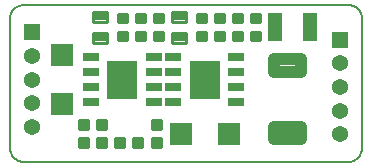
<source format=gbs>
G75*
G70*
%OFA0B0*%
%FSLAX24Y24*%
%IPPOS*%
%LPD*%
%AMOC8*
5,1,8,0,0,1.08239X$1,22.5*
%
%ADD10C,0.0060*%
%ADD11R,0.0540X0.0540*%
%ADD12C,0.0540*%
%ADD13R,0.0540X0.0290*%
%ADD14R,0.1040X0.1290*%
%ADD15R,0.0737X0.0749*%
%ADD16C,0.0098*%
%ADD17C,0.0110*%
%ADD18C,0.0414*%
%ADD19R,0.0490X0.0940*%
%ADD20R,0.0749X0.0737*%
D10*
X000860Y000210D02*
X011610Y000210D01*
X011654Y000212D01*
X011697Y000218D01*
X011739Y000227D01*
X011781Y000240D01*
X011821Y000257D01*
X011860Y000277D01*
X011897Y000300D01*
X011931Y000327D01*
X011964Y000356D01*
X011993Y000389D01*
X012020Y000423D01*
X012043Y000460D01*
X012063Y000499D01*
X012080Y000539D01*
X012093Y000581D01*
X012102Y000623D01*
X012108Y000666D01*
X012110Y000710D01*
X012110Y004960D01*
X012108Y005004D01*
X012102Y005047D01*
X012093Y005089D01*
X012080Y005131D01*
X012063Y005171D01*
X012043Y005210D01*
X012020Y005247D01*
X011993Y005281D01*
X011964Y005314D01*
X011931Y005343D01*
X011897Y005370D01*
X011860Y005393D01*
X011821Y005413D01*
X011781Y005430D01*
X011739Y005443D01*
X011697Y005452D01*
X011654Y005458D01*
X011610Y005460D01*
X000860Y005460D01*
X000816Y005458D01*
X000773Y005452D01*
X000731Y005443D01*
X000689Y005430D01*
X000649Y005413D01*
X000610Y005393D01*
X000573Y005370D01*
X000539Y005343D01*
X000506Y005314D01*
X000477Y005281D01*
X000450Y005247D01*
X000427Y005210D01*
X000407Y005171D01*
X000390Y005131D01*
X000377Y005089D01*
X000368Y005047D01*
X000362Y005004D01*
X000360Y004960D01*
X000360Y000710D01*
X000362Y000666D01*
X000368Y000623D01*
X000377Y000581D01*
X000390Y000539D01*
X000407Y000499D01*
X000427Y000460D01*
X000450Y000423D01*
X000477Y000389D01*
X000506Y000356D01*
X000539Y000327D01*
X000573Y000300D01*
X000610Y000277D01*
X000649Y000257D01*
X000689Y000240D01*
X000731Y000227D01*
X000773Y000218D01*
X000816Y000212D01*
X000860Y000210D01*
D11*
X001110Y004535D03*
X011360Y004285D03*
D12*
X011360Y003497D03*
X011360Y002710D03*
X011360Y001923D03*
X011360Y001135D03*
X001110Y001385D03*
X001110Y002173D03*
X001110Y002960D03*
X001110Y003747D03*
D13*
X003060Y003710D03*
X003060Y003210D03*
X003060Y002710D03*
X003060Y002210D03*
X005160Y002210D03*
X005810Y002210D03*
X005810Y002710D03*
X005160Y002710D03*
X005160Y003210D03*
X005810Y003210D03*
X005810Y003710D03*
X005160Y003710D03*
X007910Y003710D03*
X007910Y003210D03*
X007910Y002710D03*
X007910Y002210D03*
D14*
X006860Y002960D03*
X004110Y002960D03*
D15*
X002110Y002156D03*
X002110Y003764D03*
D16*
X003964Y004264D02*
X003964Y004556D01*
X004256Y004556D01*
X004256Y004264D01*
X003964Y004264D01*
X003964Y004361D02*
X004256Y004361D01*
X004256Y004458D02*
X003964Y004458D01*
X003964Y004555D02*
X004256Y004555D01*
X004564Y004556D02*
X004564Y004264D01*
X004564Y004556D02*
X004856Y004556D01*
X004856Y004264D01*
X004564Y004264D01*
X004564Y004361D02*
X004856Y004361D01*
X004856Y004458D02*
X004564Y004458D01*
X004564Y004555D02*
X004856Y004555D01*
X005456Y004556D02*
X005456Y004264D01*
X005164Y004264D01*
X005164Y004556D01*
X005456Y004556D01*
X005456Y004361D02*
X005164Y004361D01*
X005164Y004458D02*
X005456Y004458D01*
X005456Y004555D02*
X005164Y004555D01*
X005456Y004864D02*
X005456Y005156D01*
X005456Y004864D02*
X005164Y004864D01*
X005164Y005156D01*
X005456Y005156D01*
X005456Y004961D02*
X005164Y004961D01*
X005164Y005058D02*
X005456Y005058D01*
X005456Y005155D02*
X005164Y005155D01*
X004564Y005156D02*
X004564Y004864D01*
X004564Y005156D02*
X004856Y005156D01*
X004856Y004864D01*
X004564Y004864D01*
X004564Y004961D02*
X004856Y004961D01*
X004856Y005058D02*
X004564Y005058D01*
X004564Y005155D02*
X004856Y005155D01*
X003964Y005156D02*
X003964Y004864D01*
X003964Y005156D02*
X004256Y005156D01*
X004256Y004864D01*
X003964Y004864D01*
X003964Y004961D02*
X004256Y004961D01*
X004256Y005058D02*
X003964Y005058D01*
X003964Y005155D02*
X004256Y005155D01*
X006614Y005156D02*
X006614Y004864D01*
X006614Y005156D02*
X006906Y005156D01*
X006906Y004864D01*
X006614Y004864D01*
X006614Y004961D02*
X006906Y004961D01*
X006906Y005058D02*
X006614Y005058D01*
X006614Y005155D02*
X006906Y005155D01*
X007506Y005156D02*
X007506Y004864D01*
X007214Y004864D01*
X007214Y005156D01*
X007506Y005156D01*
X007506Y004961D02*
X007214Y004961D01*
X007214Y005058D02*
X007506Y005058D01*
X007506Y005155D02*
X007214Y005155D01*
X007814Y005156D02*
X007814Y004864D01*
X007814Y005156D02*
X008106Y005156D01*
X008106Y004864D01*
X007814Y004864D01*
X007814Y004961D02*
X008106Y004961D01*
X008106Y005058D02*
X007814Y005058D01*
X007814Y005155D02*
X008106Y005155D01*
X008414Y005156D02*
X008414Y004864D01*
X008414Y005156D02*
X008706Y005156D01*
X008706Y004864D01*
X008414Y004864D01*
X008414Y004961D02*
X008706Y004961D01*
X008706Y005058D02*
X008414Y005058D01*
X008414Y005155D02*
X008706Y005155D01*
X008414Y004556D02*
X008414Y004264D01*
X008414Y004556D02*
X008706Y004556D01*
X008706Y004264D01*
X008414Y004264D01*
X008414Y004361D02*
X008706Y004361D01*
X008706Y004458D02*
X008414Y004458D01*
X008414Y004555D02*
X008706Y004555D01*
X007814Y004556D02*
X007814Y004264D01*
X007814Y004556D02*
X008106Y004556D01*
X008106Y004264D01*
X007814Y004264D01*
X007814Y004361D02*
X008106Y004361D01*
X008106Y004458D02*
X007814Y004458D01*
X007814Y004555D02*
X008106Y004555D01*
X007506Y004556D02*
X007506Y004264D01*
X007214Y004264D01*
X007214Y004556D01*
X007506Y004556D01*
X007506Y004361D02*
X007214Y004361D01*
X007214Y004458D02*
X007506Y004458D01*
X007506Y004555D02*
X007214Y004555D01*
X006614Y004556D02*
X006614Y004264D01*
X006614Y004556D02*
X006906Y004556D01*
X006906Y004264D01*
X006614Y004264D01*
X006614Y004361D02*
X006906Y004361D01*
X006906Y004458D02*
X006614Y004458D01*
X006614Y004555D02*
X006906Y004555D01*
X005406Y001606D02*
X005406Y001314D01*
X005114Y001314D01*
X005114Y001606D01*
X005406Y001606D01*
X005406Y001411D02*
X005114Y001411D01*
X005114Y001508D02*
X005406Y001508D01*
X005406Y001605D02*
X005114Y001605D01*
X005406Y001006D02*
X005406Y000714D01*
X005114Y000714D01*
X005114Y001006D01*
X005406Y001006D01*
X005406Y000811D02*
X005114Y000811D01*
X005114Y000908D02*
X005406Y000908D01*
X005406Y001005D02*
X005114Y001005D01*
X004756Y001006D02*
X004464Y001006D01*
X004756Y001006D02*
X004756Y000714D01*
X004464Y000714D01*
X004464Y001006D01*
X004464Y000811D02*
X004756Y000811D01*
X004756Y000908D02*
X004464Y000908D01*
X004464Y001005D02*
X004756Y001005D01*
X004156Y001006D02*
X003864Y001006D01*
X004156Y001006D02*
X004156Y000714D01*
X003864Y000714D01*
X003864Y001006D01*
X003864Y000811D02*
X004156Y000811D01*
X004156Y000908D02*
X003864Y000908D01*
X003864Y001005D02*
X004156Y001005D01*
X003556Y001006D02*
X003556Y000714D01*
X003264Y000714D01*
X003264Y001006D01*
X003556Y001006D01*
X003556Y000811D02*
X003264Y000811D01*
X003264Y000908D02*
X003556Y000908D01*
X003556Y001005D02*
X003264Y001005D01*
X002664Y001006D02*
X002664Y000714D01*
X002664Y001006D02*
X002956Y001006D01*
X002956Y000714D01*
X002664Y000714D01*
X002664Y000811D02*
X002956Y000811D01*
X002956Y000908D02*
X002664Y000908D01*
X002664Y001005D02*
X002956Y001005D01*
X002664Y001314D02*
X002664Y001606D01*
X002956Y001606D01*
X002956Y001314D01*
X002664Y001314D01*
X002664Y001411D02*
X002956Y001411D01*
X002956Y001508D02*
X002664Y001508D01*
X002664Y001605D02*
X002956Y001605D01*
X003556Y001606D02*
X003556Y001314D01*
X003264Y001314D01*
X003264Y001606D01*
X003556Y001606D01*
X003556Y001411D02*
X003264Y001411D01*
X003264Y001508D02*
X003556Y001508D01*
X003556Y001605D02*
X003264Y001605D01*
D17*
X003120Y004195D02*
X003120Y004525D01*
X003600Y004525D01*
X003600Y004195D01*
X003120Y004195D01*
X003120Y004304D02*
X003600Y004304D01*
X003600Y004413D02*
X003120Y004413D01*
X003120Y004522D02*
X003600Y004522D01*
X003120Y004895D02*
X003120Y005225D01*
X003600Y005225D01*
X003600Y004895D01*
X003120Y004895D01*
X003120Y005004D02*
X003600Y005004D01*
X003600Y005113D02*
X003120Y005113D01*
X003120Y005222D02*
X003600Y005222D01*
X006250Y005225D02*
X006250Y004895D01*
X005770Y004895D01*
X005770Y005225D01*
X006250Y005225D01*
X006250Y005004D02*
X005770Y005004D01*
X005770Y005113D02*
X006250Y005113D01*
X006250Y005222D02*
X005770Y005222D01*
X006250Y004525D02*
X006250Y004195D01*
X005770Y004195D01*
X005770Y004525D01*
X006250Y004525D01*
X006250Y004304D02*
X005770Y004304D01*
X005770Y004413D02*
X006250Y004413D01*
X006250Y004522D02*
X005770Y004522D01*
D18*
X009167Y003226D02*
X010053Y003226D01*
X009167Y003226D02*
X009167Y003638D01*
X010053Y003638D01*
X010053Y003226D01*
X010053Y000982D02*
X009167Y000982D01*
X009167Y001394D01*
X010053Y001394D01*
X010053Y000982D01*
D19*
X010360Y004710D03*
X009210Y004710D03*
D20*
X007664Y001160D03*
X006056Y001160D03*
M02*

</source>
